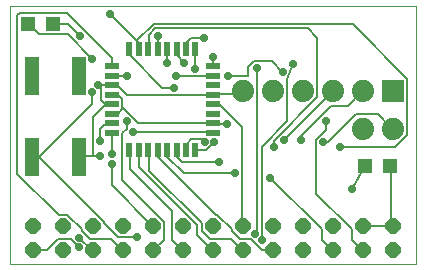
<source format=gtl>
G75*
G70*
%OFA0B0*%
%FSLAX24Y24*%
%IPPOS*%
%LPD*%
%AMOC8*
5,1,8,0,0,1.08239X$1,22.5*
%
%ADD10C,0.0000*%
%ADD11OC8,0.0515*%
%ADD12R,0.0500X0.0220*%
%ADD13R,0.0220X0.0500*%
%ADD14R,0.0472X0.0472*%
%ADD15C,0.0740*%
%ADD16R,0.0472X0.1260*%
%ADD17R,0.0740X0.0740*%
%ADD18C,0.0070*%
%ADD19OC8,0.0240*%
D10*
X000605Y000141D02*
X000605Y008718D01*
X014134Y008718D01*
X014134Y000141D01*
X000605Y000141D01*
D11*
X001355Y000581D03*
X002355Y000581D03*
X003355Y000581D03*
X004355Y000581D03*
X005355Y000581D03*
X006355Y000581D03*
X007355Y000581D03*
X008355Y000581D03*
X009355Y000581D03*
X010355Y000581D03*
X011355Y000581D03*
X012355Y000581D03*
X013355Y000581D03*
X013355Y001391D03*
X012355Y001391D03*
X011355Y001391D03*
X010355Y001391D03*
X009355Y001391D03*
X008355Y001391D03*
X007355Y001391D03*
X006355Y001391D03*
X005355Y001391D03*
X004355Y001391D03*
X003355Y001391D03*
X002355Y001391D03*
X001355Y001391D03*
D12*
X003988Y004506D03*
X003988Y004821D03*
X003988Y005136D03*
X003988Y005451D03*
X003988Y005765D03*
X003988Y006080D03*
X003988Y006395D03*
X003988Y006710D03*
X007368Y006710D03*
X007368Y006395D03*
X007368Y006080D03*
X007368Y005765D03*
X007368Y005451D03*
X007368Y005136D03*
X007368Y004821D03*
X007368Y004506D03*
D13*
X006780Y003918D03*
X006465Y003918D03*
X006150Y003918D03*
X005835Y003918D03*
X005520Y003918D03*
X005205Y003918D03*
X004891Y003918D03*
X004576Y003918D03*
X004576Y007298D03*
X004891Y007298D03*
X005205Y007298D03*
X005520Y007298D03*
X005835Y007298D03*
X006150Y007298D03*
X006465Y007298D03*
X006780Y007298D03*
D14*
X002018Y008141D03*
X001191Y008141D03*
X012441Y003391D03*
X013268Y003391D03*
D15*
X013355Y004641D03*
X012355Y004641D03*
X012355Y005891D03*
X011355Y005891D03*
X010355Y005891D03*
X009355Y005891D03*
X008355Y005891D03*
D16*
X002892Y006380D03*
X001317Y006380D03*
X001317Y003703D03*
X002892Y003703D03*
D17*
X013355Y005891D03*
D18*
X013845Y006301D02*
X012025Y008121D01*
X005385Y008121D01*
X004845Y007581D01*
X004825Y007561D01*
X004885Y007501D01*
X004885Y007301D01*
X004891Y007298D01*
X004585Y007281D02*
X004576Y007298D01*
X004585Y007281D02*
X004585Y007081D01*
X005665Y006001D01*
X006065Y006001D01*
X006125Y006381D02*
X007365Y006381D01*
X007368Y006395D01*
X007368Y006710D02*
X007365Y006721D01*
X007365Y007041D01*
X006780Y007298D02*
X006765Y007281D01*
X006765Y006621D01*
X006405Y006841D02*
X006165Y007081D01*
X006165Y007281D01*
X006150Y007298D01*
X005845Y007281D02*
X005835Y007298D01*
X005845Y007281D02*
X005845Y006841D01*
X005525Y007301D02*
X005520Y007298D01*
X005525Y007301D02*
X005525Y007741D01*
X005445Y007981D02*
X010520Y007981D01*
X010845Y007656D01*
X010845Y005681D01*
X009385Y004221D01*
X009385Y004041D01*
X008985Y004021D02*
X008985Y001241D01*
X009005Y001221D01*
X009005Y000941D01*
X008765Y001141D02*
X008845Y001221D01*
X008845Y006651D01*
X008745Y006881D02*
X009325Y006881D01*
X009665Y006541D01*
X009695Y006511D01*
X009685Y006521D01*
X009845Y006281D02*
X009845Y004881D01*
X008985Y004021D01*
X009745Y004261D02*
X011365Y005881D01*
X011355Y005891D01*
X011305Y005401D02*
X011865Y005401D01*
X012345Y005881D01*
X012355Y005891D01*
X011305Y005401D02*
X010285Y004381D01*
X010285Y004261D01*
X010805Y004261D02*
X010805Y002461D01*
X011985Y001281D01*
X011985Y000941D01*
X012345Y000581D01*
X012355Y000581D01*
X011355Y000581D02*
X011345Y000581D01*
X010985Y000941D01*
X010985Y001281D01*
X009265Y003001D01*
X008105Y003161D02*
X006385Y003161D01*
X005845Y003701D01*
X005845Y003901D01*
X005835Y003918D01*
X005525Y003901D02*
X005520Y003918D01*
X005525Y003901D02*
X005525Y003701D01*
X007465Y001761D01*
X007505Y001761D01*
X007985Y001281D01*
X007985Y001241D01*
X008265Y000961D01*
X008625Y000961D01*
X009005Y000581D01*
X009345Y000581D01*
X009355Y000581D01*
X008355Y000581D02*
X008345Y000581D01*
X007965Y000961D01*
X007265Y000961D01*
X006985Y001241D01*
X006985Y001481D01*
X005225Y003241D01*
X005225Y003901D01*
X005205Y003918D01*
X004905Y003901D02*
X004891Y003918D01*
X004905Y003901D02*
X004905Y003361D01*
X006845Y001421D01*
X006845Y001081D01*
X007345Y000581D01*
X007355Y000581D01*
X006355Y000581D02*
X006345Y000581D01*
X005985Y000941D01*
X005985Y001901D01*
X004585Y003301D01*
X004585Y003901D01*
X004576Y003918D01*
X003985Y003781D02*
X003985Y004501D01*
X003988Y004506D01*
X004345Y004501D02*
X004345Y002921D01*
X005725Y001541D01*
X005725Y000941D01*
X005365Y000581D01*
X005355Y000581D01*
X004825Y001021D02*
X004205Y001021D01*
X003725Y001501D01*
X003725Y001541D01*
X001565Y003701D01*
X001585Y003721D01*
X003325Y005461D01*
X003325Y005861D01*
X003545Y006081D02*
X003625Y006061D01*
X003625Y005601D01*
X003765Y005461D01*
X003985Y005461D01*
X003988Y005451D01*
X003745Y005441D01*
X003745Y005401D01*
X003365Y005021D01*
X003365Y003741D01*
X003365Y003721D01*
X003605Y003721D01*
X003365Y003721D02*
X002905Y003721D01*
X002892Y003703D01*
X003605Y004241D02*
X003605Y004641D01*
X003765Y004801D01*
X003985Y004801D01*
X003988Y004821D01*
X004345Y004501D02*
X004485Y004641D01*
X004485Y004881D01*
X004205Y005141D02*
X004005Y005141D01*
X003988Y005136D01*
X004205Y005141D02*
X004345Y005281D01*
X004345Y005321D01*
X004365Y005321D01*
X004865Y004821D01*
X007365Y004821D01*
X007368Y004821D01*
X007385Y004801D01*
X007825Y004801D01*
X007365Y004521D02*
X007368Y004506D01*
X007365Y004521D02*
X004685Y004521D01*
X004345Y005321D02*
X004345Y005621D01*
X004205Y005761D01*
X004005Y005761D01*
X003988Y005765D01*
X004005Y006061D02*
X003988Y006080D01*
X003985Y006081D01*
X003545Y006081D01*
X004005Y006061D02*
X004205Y006061D01*
X004505Y005761D01*
X007345Y005761D01*
X007368Y005765D01*
X007385Y005781D01*
X008245Y005781D01*
X008345Y005881D01*
X008355Y005891D01*
X007585Y005441D02*
X008345Y004681D01*
X008345Y001401D01*
X008355Y001391D01*
X005355Y001391D02*
X005345Y001401D01*
X003985Y002761D01*
X003985Y003461D01*
X006165Y003701D02*
X006345Y003521D01*
X007561Y003521D01*
X007125Y003921D02*
X007405Y004201D01*
X007085Y004201D02*
X007005Y004281D01*
X006625Y004281D01*
X006485Y004141D01*
X006485Y003921D01*
X006465Y003918D01*
X006165Y003901D02*
X006150Y003918D01*
X006165Y003901D02*
X006165Y003701D01*
X006780Y003918D02*
X006785Y003921D01*
X007125Y003921D01*
X007385Y005441D02*
X007368Y005451D01*
X007385Y005441D02*
X007585Y005441D01*
X007865Y006401D02*
X008525Y006401D01*
X008545Y006421D01*
X008545Y006681D01*
X008745Y006881D01*
X009845Y006281D02*
X010045Y006781D01*
X012145Y005121D02*
X012865Y005121D01*
X013345Y004641D01*
X013355Y004641D01*
X013845Y004441D02*
X013845Y006301D01*
X012145Y005121D02*
X011205Y004181D01*
X011045Y004181D01*
X010805Y004261D02*
X011125Y004581D01*
X011125Y004901D01*
X011605Y004041D02*
X013445Y004041D01*
X013845Y004441D01*
X013285Y003381D02*
X013268Y003391D01*
X013285Y003381D02*
X013285Y001461D01*
X013345Y001401D01*
X013355Y001391D01*
X013305Y001401D01*
X012365Y001401D01*
X012355Y001391D01*
X012015Y002631D02*
X012425Y003381D01*
X012441Y003391D01*
X006485Y007301D02*
X006465Y007298D01*
X006485Y007301D02*
X006485Y007521D01*
X006625Y007661D01*
X007065Y007661D01*
X005445Y007981D02*
X005225Y007761D01*
X005225Y007301D01*
X005205Y007298D01*
X004825Y007561D02*
X003925Y008461D01*
X002925Y007741D02*
X002525Y008141D01*
X002025Y008141D01*
X002018Y008141D01*
X001565Y007781D02*
X001205Y008141D01*
X001191Y008141D01*
X000845Y008421D02*
X000845Y003141D01*
X002225Y001761D01*
X002505Y001761D01*
X002985Y001281D01*
X002985Y001241D01*
X003265Y000961D01*
X003965Y000961D01*
X004345Y000581D01*
X004355Y000581D01*
X003355Y000581D02*
X003345Y000581D01*
X003325Y000581D01*
X002905Y001001D01*
X002625Y000961D02*
X002905Y000681D01*
X002625Y000961D02*
X002205Y000961D01*
X001825Y000581D01*
X001365Y000581D01*
X001355Y000581D01*
X001325Y003701D02*
X001317Y003703D01*
X001325Y003701D02*
X001565Y003701D01*
X003988Y006395D02*
X004005Y006381D01*
X004485Y006381D01*
X003988Y006710D02*
X003985Y006721D01*
X003985Y007001D01*
X002485Y008501D01*
X000925Y008501D01*
X000845Y008421D01*
X001565Y007781D02*
X002525Y007781D01*
X003345Y006961D01*
D19*
X003345Y006961D03*
X004485Y006381D03*
X003545Y006081D03*
X003325Y005861D03*
X004485Y004881D03*
X004685Y004521D03*
X003605Y004241D03*
X003985Y003781D03*
X003605Y003721D03*
X003985Y003461D03*
X007085Y004201D03*
X007405Y004201D03*
X007825Y004801D03*
X009385Y004041D03*
X009745Y004261D03*
X010285Y004261D03*
X011045Y004181D03*
X011605Y004041D03*
X011125Y004901D03*
X009695Y006511D03*
X010045Y006781D03*
X008845Y006651D03*
X007865Y006401D03*
X007365Y007041D03*
X006765Y006621D03*
X006405Y006841D03*
X005845Y006841D03*
X006125Y006381D03*
X006065Y006001D03*
X007065Y007661D03*
X005525Y007741D03*
X003925Y008461D03*
X002925Y007741D03*
X007561Y003521D03*
X008105Y003161D03*
X009265Y003001D03*
X012015Y002631D03*
X009005Y000941D03*
X008765Y001141D03*
X004825Y001021D03*
X002905Y001001D03*
X002905Y000681D03*
M02*

</source>
